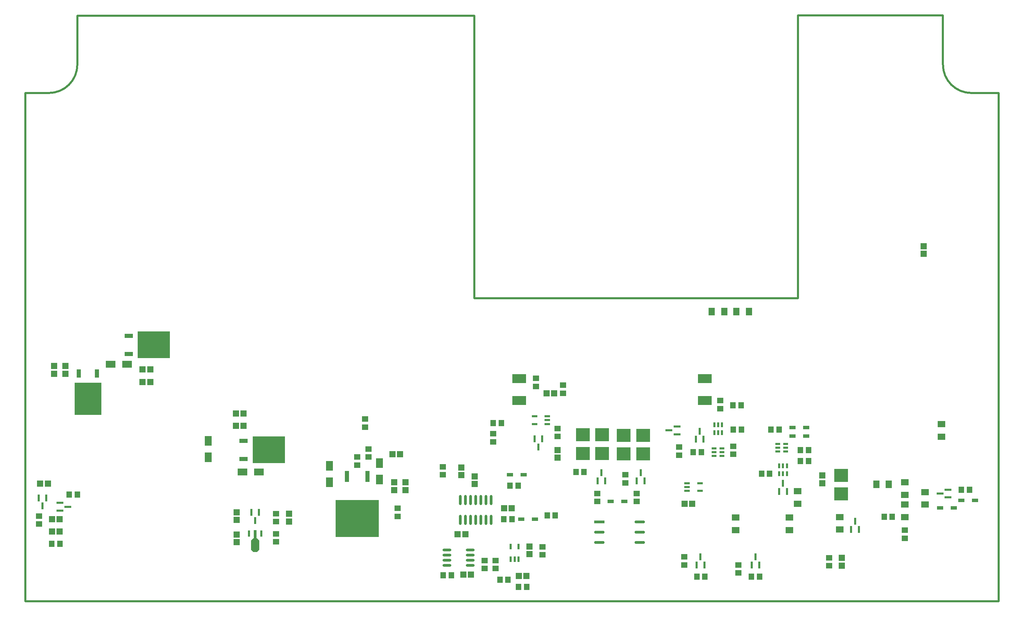
<source format=gtp>
G04*
G04 #@! TF.GenerationSoftware,Altium Limited,Altium Designer,22.6.1 (34)*
G04*
G04 Layer_Color=8421504*
%FSLAX43Y43*%
%MOMM*%
G71*
G04*
G04 #@! TF.SameCoordinates,AAB5C14D-29E5-48F0-9F93-E21C6970BB33*
G04*
G04*
G04 #@! TF.FilePolarity,Positive*
G04*
G01*
G75*
%ADD15C,0.500*%
%ADD25R,1.500X1.400*%
%ADD26R,1.400X1.500*%
%ADD27R,1.900X1.500*%
%ADD28R,1.500X1.900*%
%ADD29R,1.600X1.500*%
%ADD30R,1.800X2.400*%
%ADD31R,0.600X1.800*%
G04:AMPARAMS|DCode=32|XSize=2mm|YSize=3.4mm|CornerRadius=0mm|HoleSize=0mm|Usage=FLASHONLY|Rotation=0.000|XOffset=0mm|YOffset=0mm|HoleType=Round|Shape=Octagon|*
%AMOCTAGOND32*
4,1,8,-0.500,1.700,0.500,1.700,1.000,1.200,1.000,-1.200,0.500,-1.700,-0.500,-1.700,-1.000,-1.200,-1.000,1.200,-0.500,1.700,0.0*
%
%ADD32OCTAGOND32*%

%ADD33R,0.700X2.000*%
%ADD34R,1.100X2.700*%
%ADD35R,10.700X9.200*%
%ADD36R,1.500X1.600*%
%ADD37R,1.250X0.500*%
%ADD38R,0.500X1.250*%
%ADD39R,1.600X0.850*%
%ADD40R,2.400X1.800*%
%ADD41R,2.600X0.700*%
%ADD42O,2.600X0.700*%
%ADD43R,1.800X0.600*%
%ADD44R,1.350X0.600*%
%ADD45R,0.600X1.600*%
%ADD46O,0.700X2.500*%
%ADD47R,0.600X1.350*%
%ADD48O,2.200X0.600*%
%ADD49R,8.026X6.706*%
%ADD50R,2.007X0.991*%
%ADD51R,6.706X8.026*%
%ADD52R,0.991X2.007*%
%ADD53R,3.500X3.200*%
%ADD54R,3.500X2.200*%
D15*
X326840Y252840D02*
G03*
X333840Y245840I7000J0D01*
G01*
X105835D02*
G03*
X112835Y252840I0J7000D01*
G01*
X100000Y245840D02*
X100000Y120000D01*
X291000Y265000D02*
X326840Y265000D01*
Y252840D02*
Y265000D01*
X112835Y252840D02*
Y264980D01*
X100000Y245840D02*
X105835D01*
X112835Y264980D02*
X211000D01*
X100000Y120000D02*
X340611D01*
X340581Y245840D02*
X340611Y120000D01*
X333840Y245840D02*
X340581D01*
X291000Y194980D02*
Y264980D01*
X211000Y194980D02*
X291000D01*
X211000D02*
Y264980D01*
D25*
X317400Y137600D02*
D03*
Y135600D02*
D03*
X298700Y128800D02*
D03*
X298700Y130800D02*
D03*
X162000Y134700D02*
D03*
X275000Y156400D02*
D03*
Y158400D02*
D03*
X261600Y158200D02*
D03*
Y156200D02*
D03*
X203200Y151300D02*
D03*
X203200Y153300D02*
D03*
X192000Y143000D02*
D03*
Y141000D02*
D03*
X227800Y131500D02*
D03*
Y133500D02*
D03*
X216200Y128100D02*
D03*
Y130100D02*
D03*
X213500D02*
D03*
Y128100D02*
D03*
X276300Y127000D02*
D03*
Y129000D02*
D03*
X262900Y131000D02*
D03*
Y129000D02*
D03*
X248300Y151300D02*
D03*
Y149300D02*
D03*
X241400Y144700D02*
D03*
Y146700D02*
D03*
X251100Y144700D02*
D03*
Y146700D02*
D03*
X215600Y161500D02*
D03*
Y159500D02*
D03*
X231600Y162800D02*
D03*
Y160800D02*
D03*
X232900Y171500D02*
D03*
X232900Y173500D02*
D03*
X226200Y173200D02*
D03*
Y175200D02*
D03*
X271800Y167700D02*
D03*
Y169700D02*
D03*
X162000Y139700D02*
D03*
X162000Y141700D02*
D03*
X162000Y136700D02*
D03*
X103400Y139100D02*
D03*
Y141100D02*
D03*
X184000Y163100D02*
D03*
Y165100D02*
D03*
X184800Y155700D02*
D03*
X184800Y157700D02*
D03*
X182000Y153700D02*
D03*
X182000Y155700D02*
D03*
D26*
X312300Y140900D02*
D03*
X314300D02*
D03*
X331400Y147600D02*
D03*
X333400D02*
D03*
X231000Y141300D02*
D03*
X229000D02*
D03*
X276900Y168500D02*
D03*
X274900Y168500D02*
D03*
X219300Y125300D02*
D03*
X217300D02*
D03*
X221900Y123600D02*
D03*
X223900D02*
D03*
X277000Y162500D02*
D03*
X275000Y162500D02*
D03*
X205300Y126400D02*
D03*
X203300D02*
D03*
X218300Y140300D02*
D03*
X220300D02*
D03*
X221800Y148660D02*
D03*
X219800D02*
D03*
X281500Y126100D02*
D03*
X279500Y126100D02*
D03*
X268000Y126100D02*
D03*
X266000Y126100D02*
D03*
X236100Y152000D02*
D03*
X238100D02*
D03*
X215650Y164109D02*
D03*
X217650D02*
D03*
X265100Y156900D02*
D03*
X267100D02*
D03*
X286300Y162500D02*
D03*
X284300D02*
D03*
X284000Y151600D02*
D03*
X282000D02*
D03*
X291600Y157400D02*
D03*
X293600D02*
D03*
X291600Y154700D02*
D03*
X293600D02*
D03*
X108500Y134200D02*
D03*
X106500D02*
D03*
X112842Y146429D02*
D03*
X110842Y146429D02*
D03*
D27*
X317400Y140850D02*
D03*
X317400Y143950D02*
D03*
X317400Y146350D02*
D03*
X317400Y149450D02*
D03*
X326500Y163850D02*
D03*
Y160750D02*
D03*
X322400Y147050D02*
D03*
Y143950D02*
D03*
X275600Y137650D02*
D03*
X275600Y140750D02*
D03*
X301300Y140850D02*
D03*
Y137750D02*
D03*
X290900Y147250D02*
D03*
X290900Y144150D02*
D03*
X288900Y140750D02*
D03*
X288900Y137650D02*
D03*
D28*
X310350Y149000D02*
D03*
X313450Y149000D02*
D03*
X269650Y191700D02*
D03*
X272750Y191700D02*
D03*
X278850D02*
D03*
X275750Y191700D02*
D03*
D29*
X301852Y130753D02*
D03*
X301852Y128853D02*
D03*
X152200Y134650D02*
D03*
X107100Y176350D02*
D03*
Y178250D02*
D03*
X224600Y133550D02*
D03*
Y131650D02*
D03*
X207800Y151250D02*
D03*
Y153150D02*
D03*
X211100Y149050D02*
D03*
Y150950D02*
D03*
X191200Y149450D02*
D03*
Y147550D02*
D03*
X194000Y149450D02*
D03*
X194000Y147550D02*
D03*
X109900Y178250D02*
D03*
Y176350D02*
D03*
X297000Y151150D02*
D03*
Y149250D02*
D03*
X231600Y155550D02*
D03*
X231600Y157450D02*
D03*
X165200Y141650D02*
D03*
Y139750D02*
D03*
X152200Y136550D02*
D03*
X152200Y140150D02*
D03*
Y142050D02*
D03*
X322100Y206014D02*
D03*
Y207914D02*
D03*
D30*
X175200Y149450D02*
D03*
Y153550D02*
D03*
X187500Y150150D02*
D03*
Y154250D02*
D03*
X145200Y155650D02*
D03*
Y159750D02*
D03*
D31*
X156800Y140000D02*
D03*
X105150Y145600D02*
D03*
X103250D02*
D03*
X104200Y143600D02*
D03*
X305100Y139800D02*
D03*
X306050Y137800D02*
D03*
X304150Y137800D02*
D03*
X266700Y162100D02*
D03*
X267650Y160100D02*
D03*
X265750D02*
D03*
X280510Y131000D02*
D03*
X281460Y129000D02*
D03*
X279560D02*
D03*
X266900Y131000D02*
D03*
X267850Y129000D02*
D03*
X265950D02*
D03*
X252100Y151800D02*
D03*
X253050Y149800D02*
D03*
X251150D02*
D03*
X242400Y151800D02*
D03*
X243350Y149800D02*
D03*
X241450D02*
D03*
X226800Y158200D02*
D03*
X225850Y160200D02*
D03*
X227750D02*
D03*
X287300Y149200D02*
D03*
X288250Y147200D02*
D03*
X286350D02*
D03*
X155850Y142000D02*
D03*
X157750Y142000D02*
D03*
D32*
X156800Y133900D02*
D03*
D33*
Y136600D02*
D03*
D34*
X184540Y150950D02*
D03*
X179460Y150950D02*
D03*
D35*
X182000Y140500D02*
D03*
D36*
X152050Y163400D02*
D03*
X153950Y163400D02*
D03*
X264850Y144100D02*
D03*
X262950D02*
D03*
X208250Y126600D02*
D03*
X210150D02*
D03*
X153950Y166500D02*
D03*
X152050Y166500D02*
D03*
X105550Y149100D02*
D03*
X103650D02*
D03*
X223850Y126300D02*
D03*
X221950D02*
D03*
X218350Y143000D02*
D03*
X220250D02*
D03*
X206850Y136600D02*
D03*
X208750D02*
D03*
X230750Y171500D02*
D03*
X228850D02*
D03*
X106550Y140300D02*
D03*
X108450Y140300D02*
D03*
X106550Y137300D02*
D03*
X108450Y137300D02*
D03*
X130850Y177400D02*
D03*
X128950D02*
D03*
X130850Y174300D02*
D03*
X128950D02*
D03*
X192650Y156400D02*
D03*
X190750Y156400D02*
D03*
D37*
X287975Y157050D02*
D03*
Y158000D02*
D03*
Y158950D02*
D03*
X286025Y157050D02*
D03*
Y158000D02*
D03*
Y158950D02*
D03*
X272175Y155950D02*
D03*
Y156900D02*
D03*
Y157850D02*
D03*
X270225Y155950D02*
D03*
Y156900D02*
D03*
Y157850D02*
D03*
D38*
X272200Y163675D02*
D03*
X271250D02*
D03*
X270300D02*
D03*
X272200Y161725D02*
D03*
X271250D02*
D03*
X270300D02*
D03*
X286350Y151625D02*
D03*
X287300D02*
D03*
X288250D02*
D03*
X286350Y153575D02*
D03*
X287300D02*
D03*
X288250D02*
D03*
D39*
X219800Y151300D02*
D03*
X223200D02*
D03*
X226000Y140300D02*
D03*
X222600D02*
D03*
X329500Y143100D02*
D03*
X326100D02*
D03*
X331400Y145000D02*
D03*
X334800D02*
D03*
X293000Y160900D02*
D03*
X289600D02*
D03*
X293000Y163000D02*
D03*
X289600D02*
D03*
X244700Y144700D02*
D03*
X248100D02*
D03*
D40*
X157750Y152000D02*
D03*
X153650D02*
D03*
X121050Y178700D02*
D03*
X125150D02*
D03*
D41*
X241900Y139640D02*
D03*
D42*
Y137100D02*
D03*
Y134560D02*
D03*
X251900D02*
D03*
Y139640D02*
D03*
Y137100D02*
D03*
D43*
X108500Y144350D02*
D03*
Y142450D02*
D03*
X110500Y143400D02*
D03*
X326100Y146700D02*
D03*
X328100Y147650D02*
D03*
Y145750D02*
D03*
X261100Y161350D02*
D03*
Y163250D02*
D03*
X259100Y162300D02*
D03*
D44*
X263600Y149224D02*
D03*
X263600Y148274D02*
D03*
X263600Y147324D02*
D03*
X266750D02*
D03*
Y149224D02*
D03*
X225850Y163900D02*
D03*
Y165800D02*
D03*
X229000D02*
D03*
X229000Y164850D02*
D03*
X229000Y163900D02*
D03*
D45*
X158300Y136800D02*
D03*
X155300Y136800D02*
D03*
D46*
X215107Y145040D02*
D03*
X213837Y145040D02*
D03*
X212567Y145040D02*
D03*
X211297D02*
D03*
X210027Y145040D02*
D03*
X208757Y145040D02*
D03*
X207487D02*
D03*
X215107Y140140D02*
D03*
X213837Y140140D02*
D03*
X212567D02*
D03*
X211297D02*
D03*
X210027D02*
D03*
X208757D02*
D03*
X207487Y140140D02*
D03*
D47*
X220000Y133550D02*
D03*
X221900D02*
D03*
Y130400D02*
D03*
X220950Y130400D02*
D03*
X220000Y130400D02*
D03*
D48*
X209975Y128895D02*
D03*
Y130165D02*
D03*
Y131435D02*
D03*
Y132705D02*
D03*
X204225Y128895D02*
D03*
Y130165D02*
D03*
Y131435D02*
D03*
Y132705D02*
D03*
D49*
X131751Y183500D02*
D03*
X160151Y157500D02*
D03*
D50*
X125540Y181250D02*
D03*
Y185750D02*
D03*
X153941Y155250D02*
D03*
X153941Y159750D02*
D03*
D51*
X115449Y170149D02*
D03*
D52*
X113199Y176359D02*
D03*
X117699D02*
D03*
D53*
X301700Y151200D02*
D03*
X301700Y146600D02*
D03*
X242600Y161200D02*
D03*
X242600Y156600D02*
D03*
X237800Y161200D02*
D03*
X237800Y156600D02*
D03*
X247900Y161100D02*
D03*
X247900Y156500D02*
D03*
X252700Y161100D02*
D03*
X252700Y156500D02*
D03*
D54*
X222100Y169700D02*
D03*
Y175100D02*
D03*
X268000D02*
D03*
Y169700D02*
D03*
M02*

</source>
